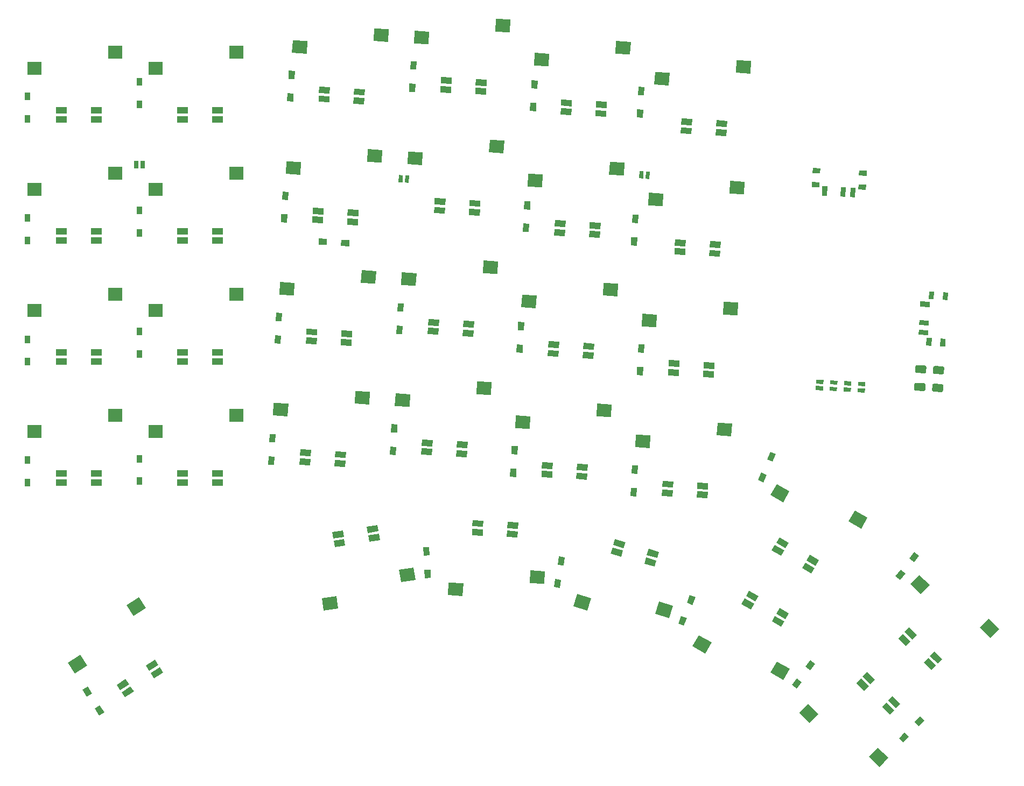
<source format=gbp>
G04 #@! TF.GenerationSoftware,KiCad,Pcbnew,(5.1.12-1-10_14)*
G04 #@! TF.CreationDate,2021-12-17T12:39:00+00:00*
G04 #@! TF.ProjectId,avalanche-hotswap,6176616c-616e-4636-9865-2d686f747377,rev?*
G04 #@! TF.SameCoordinates,Original*
G04 #@! TF.FileFunction,Paste,Bot*
G04 #@! TF.FilePolarity,Positive*
%FSLAX46Y46*%
G04 Gerber Fmt 4.6, Leading zero omitted, Abs format (unit mm)*
G04 Created by KiCad (PCBNEW (5.1.12-1-10_14)) date 2021-12-17 12:39:00*
%MOMM*%
%LPD*%
G01*
G04 APERTURE LIST*
%ADD10C,0.100000*%
%ADD11R,1.700000X1.000000*%
%ADD12R,2.300000X2.000000*%
%ADD13R,0.950000X1.300000*%
%ADD14R,0.635000X1.143000*%
G04 APERTURE END LIST*
D10*
G36*
X182930027Y-38192797D02*
G01*
X182825355Y-40190056D01*
X180528507Y-40069683D01*
X180633179Y-38072424D01*
X182930027Y-38192797D01*
G37*
G36*
X195745555Y-36320945D02*
G01*
X195640883Y-38318204D01*
X193344035Y-38197831D01*
X193448707Y-36200572D01*
X195745555Y-36320945D01*
G37*
G36*
X122972040Y-90276207D02*
G01*
X122867368Y-92273466D01*
X120570520Y-92153093D01*
X120675192Y-90155834D01*
X122972040Y-90276207D01*
G37*
G36*
X135787568Y-88404355D02*
G01*
X135682896Y-90401614D01*
X133386048Y-90281241D01*
X133490720Y-88283982D01*
X135787568Y-88404355D01*
G37*
G36*
X213640538Y-88532144D02*
G01*
X212499105Y-88472324D01*
X212532338Y-87838194D01*
X213673771Y-87898014D01*
X213640538Y-88532144D01*
G37*
G36*
X213692914Y-87532756D02*
G01*
X212551481Y-87472936D01*
X212584714Y-86838806D01*
X213726147Y-86898626D01*
X213692914Y-87532756D01*
G37*
G36*
X211443553Y-88417005D02*
G01*
X210302120Y-88357185D01*
X210335353Y-87723055D01*
X211476786Y-87782875D01*
X211443553Y-88417005D01*
G37*
G36*
X211495929Y-87417617D02*
G01*
X210354496Y-87357797D01*
X210387729Y-86723667D01*
X211529162Y-86783487D01*
X211495929Y-87417617D01*
G37*
G36*
X209246568Y-88301866D02*
G01*
X208105135Y-88242046D01*
X208138368Y-87607916D01*
X209279801Y-87667736D01*
X209246568Y-88301866D01*
G37*
G36*
X209298944Y-87302478D02*
G01*
X208157511Y-87242658D01*
X208190744Y-86608528D01*
X209332177Y-86668348D01*
X209298944Y-87302478D01*
G37*
G36*
X207049583Y-88186726D02*
G01*
X205908150Y-88126906D01*
X205941383Y-87492776D01*
X207082816Y-87552596D01*
X207049583Y-88186726D01*
G37*
G36*
X207101959Y-87187338D02*
G01*
X205960526Y-87127518D01*
X205993759Y-86493388D01*
X207135192Y-86553208D01*
X207101959Y-87187338D01*
G37*
G36*
X149445883Y-97201202D02*
G01*
X149498219Y-96202573D01*
X151195889Y-96291544D01*
X151143553Y-97290173D01*
X149445883Y-97201202D01*
G37*
G36*
X143953421Y-96913354D02*
G01*
X144005757Y-95914725D01*
X145703427Y-96003696D01*
X145651091Y-97002325D01*
X143953421Y-96913354D01*
G37*
G36*
X149372613Y-98599284D02*
G01*
X149424949Y-97600655D01*
X151122619Y-97689626D01*
X151070283Y-98688255D01*
X149372613Y-98599284D01*
G37*
G36*
X143880151Y-98311436D02*
G01*
X143932487Y-97312807D01*
X145630157Y-97401778D01*
X145577821Y-98400407D01*
X143880151Y-98311436D01*
G37*
G36*
X162016808Y-73246291D02*
G01*
X161912136Y-75243550D01*
X159615288Y-75123177D01*
X159719960Y-73125918D01*
X162016808Y-73246291D01*
G37*
G36*
X174832336Y-71374439D02*
G01*
X174727664Y-73371698D01*
X172430816Y-73251325D01*
X172535488Y-71254066D01*
X174832336Y-71374439D01*
G37*
D11*
X106341269Y-83605259D03*
X111841269Y-83605259D03*
X106341269Y-82205259D03*
X111841269Y-82205259D03*
D10*
G36*
X204465301Y-114936465D02*
G01*
X204965301Y-114070439D01*
X206437545Y-114920439D01*
X205937545Y-115786465D01*
X204465301Y-114936465D01*
G37*
G36*
X199702161Y-112186465D02*
G01*
X200202161Y-111320439D01*
X201674405Y-112170439D01*
X201174405Y-113036465D01*
X199702161Y-112186465D01*
G37*
G36*
X203765301Y-116148901D02*
G01*
X204265301Y-115282875D01*
X205737545Y-116132875D01*
X205237545Y-116998901D01*
X203765301Y-116148901D01*
G37*
G36*
X199002161Y-113398901D02*
G01*
X199502161Y-112532875D01*
X200974405Y-113382875D01*
X200474405Y-114248901D01*
X199002161Y-113398901D01*
G37*
G36*
X135467362Y-110613743D02*
G01*
X135310928Y-109626055D01*
X136989998Y-109360117D01*
X137146432Y-110347805D01*
X135467362Y-110613743D01*
G37*
G36*
X130035076Y-111474133D02*
G01*
X129878642Y-110486445D01*
X131557712Y-110220507D01*
X131714146Y-111208195D01*
X130035076Y-111474133D01*
G37*
G36*
X135686370Y-111996507D02*
G01*
X135529936Y-111008819D01*
X137209006Y-110742881D01*
X137365440Y-111730569D01*
X135686370Y-111996507D01*
G37*
G36*
X130254084Y-112856897D02*
G01*
X130097650Y-111869209D01*
X131776720Y-111603271D01*
X131933154Y-112590959D01*
X130254084Y-112856897D01*
G37*
G36*
X189249582Y-65691191D02*
G01*
X189301918Y-64692562D01*
X190999588Y-64781533D01*
X190947252Y-65780162D01*
X189249582Y-65691191D01*
G37*
G36*
X183757120Y-65403343D02*
G01*
X183809456Y-64404714D01*
X185507126Y-64493685D01*
X185454790Y-65492314D01*
X183757120Y-65403343D01*
G37*
G36*
X189176312Y-67089273D02*
G01*
X189228648Y-66090644D01*
X190926318Y-66179615D01*
X190873982Y-67178244D01*
X189176312Y-67089273D01*
G37*
G36*
X183683850Y-66801425D02*
G01*
X183736186Y-65802796D01*
X185433856Y-65891767D01*
X185381520Y-66890396D01*
X183683850Y-66801425D01*
G37*
G36*
X101123333Y-132343238D02*
G01*
X100578693Y-131504568D01*
X102004433Y-130578682D01*
X102549073Y-131417352D01*
X101123333Y-132343238D01*
G37*
G36*
X96510645Y-135338753D02*
G01*
X95966005Y-134500083D01*
X97391745Y-133574197D01*
X97936385Y-134412867D01*
X96510645Y-135338753D01*
G37*
G36*
X101885827Y-133517377D02*
G01*
X101341187Y-132678707D01*
X102766927Y-131752821D01*
X103311567Y-132591491D01*
X101885827Y-133517377D01*
G37*
G36*
X97273139Y-136512892D02*
G01*
X96728499Y-135674222D01*
X98154239Y-134748336D01*
X98698879Y-135587006D01*
X97273139Y-136512892D01*
G37*
D11*
X87291279Y-102655249D03*
X92791279Y-102655249D03*
X87291279Y-101255249D03*
X92791279Y-101255249D03*
X87291265Y-83605254D03*
X92791265Y-83605254D03*
X87291265Y-82205254D03*
X92791265Y-82205254D03*
X87291244Y-64555245D03*
X92791244Y-64555245D03*
X87291244Y-63155245D03*
X92791244Y-63155245D03*
X87291291Y-45505255D03*
X92791291Y-45505255D03*
X87291291Y-44105255D03*
X92791291Y-44105255D03*
X106341266Y-45505254D03*
X111841266Y-45505254D03*
X106341266Y-44105254D03*
X111841266Y-44105254D03*
X106341269Y-64555231D03*
X111841269Y-64555231D03*
X106341269Y-63155231D03*
X111841269Y-63155231D03*
X106341286Y-102655273D03*
X111841286Y-102655273D03*
X106341286Y-101255273D03*
X111841286Y-101255273D03*
D10*
G36*
X130288547Y-98750755D02*
G01*
X130340883Y-97752126D01*
X132038553Y-97841097D01*
X131986217Y-98839726D01*
X130288547Y-98750755D01*
G37*
G36*
X124796085Y-98462907D02*
G01*
X124848421Y-97464278D01*
X126546091Y-97553249D01*
X126493755Y-98551878D01*
X124796085Y-98462907D01*
G37*
G36*
X130215277Y-100148837D02*
G01*
X130267613Y-99150208D01*
X131965283Y-99239179D01*
X131912947Y-100237808D01*
X130215277Y-100148837D01*
G37*
G36*
X124722815Y-99860989D02*
G01*
X124775151Y-98862360D01*
X126472821Y-98951331D01*
X126420485Y-99949960D01*
X124722815Y-99860989D01*
G37*
G36*
X131285537Y-79726848D02*
G01*
X131337873Y-78728219D01*
X133035543Y-78817190D01*
X132983207Y-79815819D01*
X131285537Y-79726848D01*
G37*
G36*
X125793075Y-79439000D02*
G01*
X125845411Y-78440371D01*
X127543081Y-78529342D01*
X127490745Y-79527971D01*
X125793075Y-79439000D01*
G37*
G36*
X131212267Y-81124930D02*
G01*
X131264603Y-80126301D01*
X132962273Y-80215272D01*
X132909937Y-81213901D01*
X131212267Y-81124930D01*
G37*
G36*
X125719805Y-80837082D02*
G01*
X125772141Y-79838453D01*
X127469811Y-79927424D01*
X127417475Y-80926053D01*
X125719805Y-80837082D01*
G37*
G36*
X132282548Y-60702924D02*
G01*
X132334884Y-59704295D01*
X134032554Y-59793266D01*
X133980218Y-60791895D01*
X132282548Y-60702924D01*
G37*
G36*
X126790086Y-60415076D02*
G01*
X126842422Y-59416447D01*
X128540092Y-59505418D01*
X128487756Y-60504047D01*
X126790086Y-60415076D01*
G37*
G36*
X132209278Y-62101006D02*
G01*
X132261614Y-61102377D01*
X133959284Y-61191348D01*
X133906948Y-62189977D01*
X132209278Y-62101006D01*
G37*
G36*
X126716816Y-61813158D02*
G01*
X126769152Y-60814529D01*
X128466822Y-60903500D01*
X128414486Y-61902129D01*
X126716816Y-61813158D01*
G37*
G36*
X133279555Y-41679068D02*
G01*
X133331891Y-40680439D01*
X135029561Y-40769410D01*
X134977225Y-41768039D01*
X133279555Y-41679068D01*
G37*
G36*
X127787093Y-41391220D02*
G01*
X127839429Y-40392591D01*
X129537099Y-40481562D01*
X129484763Y-41480191D01*
X127787093Y-41391220D01*
G37*
G36*
X133206285Y-43077150D02*
G01*
X133258621Y-42078521D01*
X134956291Y-42167492D01*
X134903955Y-43166121D01*
X133206285Y-43077150D01*
G37*
G36*
X127713823Y-42789302D02*
G01*
X127766159Y-41790673D01*
X129463829Y-41879644D01*
X129411493Y-42878273D01*
X127713823Y-42789302D01*
G37*
G36*
X152434291Y-40179493D02*
G01*
X152486627Y-39180864D01*
X154184297Y-39269835D01*
X154131961Y-40268464D01*
X152434291Y-40179493D01*
G37*
G36*
X146941829Y-39891645D02*
G01*
X146994165Y-38893016D01*
X148691835Y-38981987D01*
X148639499Y-39980616D01*
X146941829Y-39891645D01*
G37*
G36*
X152361021Y-41577575D02*
G01*
X152413357Y-40578946D01*
X154111027Y-40667917D01*
X154058691Y-41666546D01*
X152361021Y-41577575D01*
G37*
G36*
X146868559Y-41289727D02*
G01*
X146920895Y-40291098D01*
X148618565Y-40380069D01*
X148566229Y-41378698D01*
X146868559Y-41289727D01*
G37*
G36*
X151437254Y-59203379D02*
G01*
X151489590Y-58204750D01*
X153187260Y-58293721D01*
X153134924Y-59292350D01*
X151437254Y-59203379D01*
G37*
G36*
X145944792Y-58915531D02*
G01*
X145997128Y-57916902D01*
X147694798Y-58005873D01*
X147642462Y-59004502D01*
X145944792Y-58915531D01*
G37*
G36*
X151363984Y-60601461D02*
G01*
X151416320Y-59602832D01*
X153113990Y-59691803D01*
X153061654Y-60690432D01*
X151363984Y-60601461D01*
G37*
G36*
X145871522Y-60313613D02*
G01*
X145923858Y-59314984D01*
X147621528Y-59403955D01*
X147569192Y-60402584D01*
X145871522Y-60313613D01*
G37*
G36*
X150440282Y-78227270D02*
G01*
X150492618Y-77228641D01*
X152190288Y-77317612D01*
X152137952Y-78316241D01*
X150440282Y-78227270D01*
G37*
G36*
X144947820Y-77939422D02*
G01*
X145000156Y-76940793D01*
X146697826Y-77029764D01*
X146645490Y-78028393D01*
X144947820Y-77939422D01*
G37*
G36*
X150367012Y-79625352D02*
G01*
X150419348Y-78626723D01*
X152117018Y-78715694D01*
X152064682Y-79714323D01*
X150367012Y-79625352D01*
G37*
G36*
X144874550Y-79337504D02*
G01*
X144926886Y-78338875D01*
X146624556Y-78427846D01*
X146572220Y-79426475D01*
X144874550Y-79337504D01*
G37*
G36*
X157414158Y-109869893D02*
G01*
X157466494Y-108871264D01*
X159164164Y-108960235D01*
X159111828Y-109958864D01*
X157414158Y-109869893D01*
G37*
G36*
X151921696Y-109582045D02*
G01*
X151974032Y-108583416D01*
X153671702Y-108672387D01*
X153619366Y-109671016D01*
X151921696Y-109582045D01*
G37*
G36*
X157340888Y-111267975D02*
G01*
X157393224Y-110269346D01*
X159090894Y-110358317D01*
X159038558Y-111356946D01*
X157340888Y-111267975D01*
G37*
G36*
X151848426Y-110980127D02*
G01*
X151900762Y-109981498D01*
X153598432Y-110070469D01*
X153546096Y-111069098D01*
X151848426Y-110980127D01*
G37*
G36*
X179345834Y-114098903D02*
G01*
X179629849Y-113140083D01*
X181259842Y-113622909D01*
X180975827Y-114581729D01*
X179345834Y-114098903D01*
G37*
G36*
X174072325Y-112536819D02*
G01*
X174356340Y-111577999D01*
X175986333Y-112060825D01*
X175702318Y-113019645D01*
X174072325Y-112536819D01*
G37*
G36*
X178948213Y-115441251D02*
G01*
X179232228Y-114482431D01*
X180862221Y-114965257D01*
X180578206Y-115924077D01*
X178948213Y-115441251D01*
G37*
G36*
X173674704Y-113879167D02*
G01*
X173958719Y-112920347D01*
X175588712Y-113403173D01*
X175304697Y-114361993D01*
X173674704Y-113879167D01*
G37*
G36*
X168336368Y-100744717D02*
G01*
X168388704Y-99746088D01*
X170086374Y-99835059D01*
X170034038Y-100833688D01*
X168336368Y-100744717D01*
G37*
G36*
X162843906Y-100456869D02*
G01*
X162896242Y-99458240D01*
X164593912Y-99547211D01*
X164541576Y-100545840D01*
X162843906Y-100456869D01*
G37*
G36*
X168263098Y-102142799D02*
G01*
X168315434Y-101144170D01*
X170013104Y-101233141D01*
X169960768Y-102231770D01*
X168263098Y-102142799D01*
G37*
G36*
X162770636Y-101854951D02*
G01*
X162822972Y-100856322D01*
X164520642Y-100945293D01*
X164468306Y-101943922D01*
X162770636Y-101854951D01*
G37*
G36*
X169333349Y-81720826D02*
G01*
X169385685Y-80722197D01*
X171083355Y-80811168D01*
X171031019Y-81809797D01*
X169333349Y-81720826D01*
G37*
G36*
X163840887Y-81432978D02*
G01*
X163893223Y-80434349D01*
X165590893Y-80523320D01*
X165538557Y-81521949D01*
X163840887Y-81432978D01*
G37*
G36*
X169260079Y-83118908D02*
G01*
X169312415Y-82120279D01*
X171010085Y-82209250D01*
X170957749Y-83207879D01*
X169260079Y-83118908D01*
G37*
G36*
X163767617Y-82831060D02*
G01*
X163819953Y-81832431D01*
X165517623Y-81921402D01*
X165465287Y-82920031D01*
X163767617Y-82831060D01*
G37*
G36*
X170330329Y-62696954D02*
G01*
X170382665Y-61698325D01*
X172080335Y-61787296D01*
X172027999Y-62785925D01*
X170330329Y-62696954D01*
G37*
G36*
X164837867Y-62409106D02*
G01*
X164890203Y-61410477D01*
X166587873Y-61499448D01*
X166535537Y-62498077D01*
X164837867Y-62409106D01*
G37*
G36*
X170257059Y-64095036D02*
G01*
X170309395Y-63096407D01*
X172007065Y-63185378D01*
X171954729Y-64184007D01*
X170257059Y-64095036D01*
G37*
G36*
X164764597Y-63807188D02*
G01*
X164816933Y-62808559D01*
X166514603Y-62897530D01*
X166462267Y-63896159D01*
X164764597Y-63807188D01*
G37*
G36*
X171327334Y-43673049D02*
G01*
X171379670Y-42674420D01*
X173077340Y-42763391D01*
X173025004Y-43762020D01*
X171327334Y-43673049D01*
G37*
G36*
X165834872Y-43385201D02*
G01*
X165887208Y-42386572D01*
X167584878Y-42475543D01*
X167532542Y-43474172D01*
X165834872Y-43385201D01*
G37*
G36*
X171254064Y-45071131D02*
G01*
X171306400Y-44072502D01*
X173004070Y-44161473D01*
X172951734Y-45160102D01*
X171254064Y-45071131D01*
G37*
G36*
X165761602Y-44783283D02*
G01*
X165813938Y-43784654D01*
X167511608Y-43873625D01*
X167459272Y-44872254D01*
X165761602Y-44783283D01*
G37*
G36*
X190246567Y-46667319D02*
G01*
X190298903Y-45668690D01*
X191996573Y-45757661D01*
X191944237Y-46756290D01*
X190246567Y-46667319D01*
G37*
G36*
X184754105Y-46379471D02*
G01*
X184806441Y-45380842D01*
X186504111Y-45469813D01*
X186451775Y-46468442D01*
X184754105Y-46379471D01*
G37*
G36*
X190173297Y-48065401D02*
G01*
X190225633Y-47066772D01*
X191923303Y-47155743D01*
X191870967Y-48154372D01*
X190173297Y-48065401D01*
G37*
G36*
X184680835Y-47777553D02*
G01*
X184733171Y-46778924D01*
X186430841Y-46867895D01*
X186378505Y-47866524D01*
X184680835Y-47777553D01*
G37*
G36*
X188252566Y-84715085D02*
G01*
X188304902Y-83716456D01*
X190002572Y-83805427D01*
X189950236Y-84804056D01*
X188252566Y-84715085D01*
G37*
G36*
X182760104Y-84427237D02*
G01*
X182812440Y-83428608D01*
X184510110Y-83517579D01*
X184457774Y-84516208D01*
X182760104Y-84427237D01*
G37*
G36*
X188179296Y-86113167D02*
G01*
X188231632Y-85114538D01*
X189929302Y-85203509D01*
X189876966Y-86202138D01*
X188179296Y-86113167D01*
G37*
G36*
X182686834Y-85825319D02*
G01*
X182739170Y-84826690D01*
X184436840Y-84915661D01*
X184384504Y-85914290D01*
X182686834Y-85825319D01*
G37*
G36*
X223878222Y-130010702D02*
G01*
X224566577Y-129285327D01*
X225799714Y-130455530D01*
X225111359Y-131180905D01*
X223878222Y-130010702D01*
G37*
G36*
X219888663Y-126224752D02*
G01*
X220577018Y-125499377D01*
X221810155Y-126669580D01*
X221121800Y-127394955D01*
X219888663Y-126224752D01*
G37*
G36*
X222914525Y-131026226D02*
G01*
X223602880Y-130300851D01*
X224836017Y-131471054D01*
X224147662Y-132196429D01*
X222914525Y-131026226D01*
G37*
G36*
X218924966Y-127240276D02*
G01*
X219613321Y-126514901D01*
X220846458Y-127685104D01*
X220158103Y-128410479D01*
X218924966Y-127240276D01*
G37*
G36*
X199702814Y-123327003D02*
G01*
X200202814Y-122460977D01*
X201675058Y-123310977D01*
X201175058Y-124177003D01*
X199702814Y-123327003D01*
G37*
G36*
X194939674Y-120577003D02*
G01*
X195439674Y-119710977D01*
X196911918Y-120560977D01*
X196411918Y-121427003D01*
X194939674Y-120577003D01*
G37*
G36*
X199002814Y-124539439D02*
G01*
X199502814Y-123673413D01*
X200975058Y-124523413D01*
X200475058Y-125389439D01*
X199002814Y-124539439D01*
G37*
G36*
X194239674Y-121789439D02*
G01*
X194739674Y-120923413D01*
X196211918Y-121773413D01*
X195711918Y-122639439D01*
X194239674Y-121789439D01*
G37*
G36*
X217276161Y-137024001D02*
G01*
X217964516Y-136298626D01*
X219197653Y-137468829D01*
X218509298Y-138194204D01*
X217276161Y-137024001D01*
G37*
G36*
X213286602Y-133238051D02*
G01*
X213974957Y-132512676D01*
X215208094Y-133682879D01*
X214519739Y-134408254D01*
X213286602Y-133238051D01*
G37*
G36*
X216312464Y-138039525D02*
G01*
X217000819Y-137314150D01*
X218233956Y-138484353D01*
X217545601Y-139209728D01*
X216312464Y-138039525D01*
G37*
G36*
X212322905Y-134253575D02*
G01*
X213011260Y-133528200D01*
X214244397Y-134698403D01*
X213556042Y-135423778D01*
X212322905Y-134253575D01*
G37*
G36*
X187258189Y-103689065D02*
G01*
X187310525Y-102690436D01*
X189008195Y-102779407D01*
X188955859Y-103778036D01*
X187258189Y-103689065D01*
G37*
G36*
X181765727Y-103401217D02*
G01*
X181818063Y-102402588D01*
X183515733Y-102491559D01*
X183463397Y-103490188D01*
X181765727Y-103401217D01*
G37*
G36*
X187184919Y-105087147D02*
G01*
X187237255Y-104088518D01*
X188934925Y-104177489D01*
X188882589Y-105176118D01*
X187184919Y-105087147D01*
G37*
G36*
X181692457Y-104799299D02*
G01*
X181744793Y-103800670D01*
X183442463Y-103889641D01*
X183390127Y-104888270D01*
X181692457Y-104799299D01*
G37*
G36*
X161019824Y-92270195D02*
G01*
X160915152Y-94267454D01*
X158618304Y-94147081D01*
X158722976Y-92149822D01*
X161019824Y-92270195D01*
G37*
G36*
X173835352Y-90398343D02*
G01*
X173730680Y-92395602D01*
X171433832Y-92275229D01*
X171538504Y-90277970D01*
X173835352Y-90398343D01*
G37*
D12*
X114791260Y-34985231D03*
X102091260Y-37525231D03*
D10*
G36*
X226667699Y-73966089D02*
G01*
X225868796Y-73924220D01*
X225931599Y-72725865D01*
X226730502Y-72767734D01*
X226667699Y-73966089D01*
G37*
G36*
X224470714Y-73850950D02*
G01*
X223671811Y-73809081D01*
X223734614Y-72610726D01*
X224533517Y-72652595D01*
X224470714Y-73850950D01*
G37*
G36*
X226284600Y-81276057D02*
G01*
X225485697Y-81234188D01*
X225548500Y-80035833D01*
X226347403Y-80077702D01*
X226284600Y-81276057D01*
G37*
G36*
X224087615Y-81160918D02*
G01*
X223288712Y-81119049D01*
X223351515Y-79920694D01*
X224150418Y-79962563D01*
X224087615Y-81160918D01*
G37*
G36*
X223825566Y-75078869D02*
G01*
X222327621Y-75000365D01*
X222369490Y-74201461D01*
X223867435Y-74279965D01*
X223825566Y-75078869D01*
G37*
G36*
X223673792Y-77974894D02*
G01*
X222175847Y-77896390D01*
X222217716Y-77097486D01*
X223715661Y-77175990D01*
X223673792Y-77974894D01*
G37*
G36*
X223594241Y-79492811D02*
G01*
X222096296Y-79414307D01*
X222138165Y-78615403D01*
X223636110Y-78693907D01*
X223594241Y-79492811D01*
G37*
G36*
X206644993Y-53239773D02*
G01*
X206603124Y-54038676D01*
X205404769Y-53975873D01*
X205446638Y-53176970D01*
X206644993Y-53239773D01*
G37*
G36*
X206529854Y-55436758D02*
G01*
X206487985Y-56235661D01*
X205289630Y-56172858D01*
X205331499Y-55373955D01*
X206529854Y-55436758D01*
G37*
G36*
X213954961Y-53622872D02*
G01*
X213913092Y-54421775D01*
X212714737Y-54358972D01*
X212756606Y-53560069D01*
X213954961Y-53622872D01*
G37*
G36*
X213839822Y-55819857D02*
G01*
X213797953Y-56618760D01*
X212599598Y-56555957D01*
X212641467Y-55757054D01*
X213839822Y-55819857D01*
G37*
G36*
X207757773Y-56081906D02*
G01*
X207679269Y-57579851D01*
X206880365Y-57537982D01*
X206958869Y-56040037D01*
X207757773Y-56081906D01*
G37*
G36*
X210653798Y-56233680D02*
G01*
X210575294Y-57731625D01*
X209776390Y-57689756D01*
X209854894Y-56191811D01*
X210653798Y-56233680D01*
G37*
G36*
X212171715Y-56313231D02*
G01*
X212093211Y-57811176D01*
X211294307Y-57769307D01*
X211372811Y-56271362D01*
X212171715Y-56313231D01*
G37*
G36*
X179939028Y-95264474D02*
G01*
X179834356Y-97261733D01*
X177537508Y-97141360D01*
X177642180Y-95144101D01*
X179939028Y-95264474D01*
G37*
G36*
X192754556Y-93392622D02*
G01*
X192649884Y-95389881D01*
X190353036Y-95269508D01*
X190457708Y-93272249D01*
X192754556Y-93392622D01*
G37*
G36*
X154942689Y-86897294D02*
G01*
X154838017Y-88894553D01*
X152541169Y-88774180D01*
X152645841Y-86776921D01*
X154942689Y-86897294D01*
G37*
G36*
X142127161Y-88769146D02*
G01*
X142022489Y-90766405D01*
X139725641Y-90646032D01*
X139830313Y-88648773D01*
X142127161Y-88769146D01*
G37*
G36*
X214275487Y-145868158D02*
G01*
X215652196Y-144417409D01*
X217320557Y-146000624D01*
X215943848Y-147451373D01*
X214275487Y-145868158D01*
G37*
G36*
X203314812Y-138968506D02*
G01*
X204691521Y-137517757D01*
X206359882Y-139100972D01*
X204983173Y-140551721D01*
X203314812Y-138968506D01*
G37*
G36*
X160906433Y-118534374D02*
G01*
X161011105Y-116537115D01*
X163307953Y-116657488D01*
X163203281Y-118654747D01*
X160906433Y-118534374D01*
G37*
G36*
X148090905Y-120406226D02*
G01*
X148195577Y-118408967D01*
X150492425Y-118529340D01*
X150387753Y-120526599D01*
X148090905Y-120406226D01*
G37*
G36*
X223830340Y-118802401D02*
G01*
X222453631Y-120253150D01*
X220785270Y-118669935D01*
X222161979Y-117219186D01*
X223830340Y-118802401D01*
G37*
G36*
X234791015Y-125702053D02*
G01*
X233414306Y-127152802D01*
X231745945Y-125569587D01*
X233122654Y-124118838D01*
X234791015Y-125702053D01*
G37*
G36*
X219226950Y-118047892D02*
G01*
X218473264Y-117469569D01*
X219264654Y-116438210D01*
X220018340Y-117016533D01*
X219226950Y-118047892D01*
G37*
G36*
X221388054Y-115231488D02*
G01*
X220634368Y-114653165D01*
X221425758Y-113621806D01*
X222179444Y-114200129D01*
X221388054Y-115231488D01*
G37*
G36*
X140697567Y-118376124D02*
G01*
X140384698Y-116400747D01*
X142656381Y-116040948D01*
X142969250Y-118016325D01*
X140697567Y-118376124D01*
G37*
G36*
X128551269Y-122871570D02*
G01*
X128238400Y-120896193D01*
X130510083Y-120536394D01*
X130822952Y-122511771D01*
X128551269Y-122871570D01*
G37*
G36*
X144387285Y-116427046D02*
G01*
X145335983Y-116377327D01*
X145404019Y-117675546D01*
X144455321Y-117725265D01*
X144387285Y-116427046D01*
G37*
G36*
X144201493Y-112881912D02*
G01*
X145150191Y-112832193D01*
X145218227Y-114130412D01*
X144269529Y-114180131D01*
X144201493Y-112881912D01*
G37*
G36*
X198820383Y-132613735D02*
G01*
X199820383Y-130881685D01*
X201812241Y-132031685D01*
X200812241Y-133763735D01*
X198820383Y-132613735D01*
G37*
G36*
X186551860Y-128463439D02*
G01*
X187551860Y-126731389D01*
X189543718Y-127881389D01*
X188543718Y-129613439D01*
X186551860Y-128463439D01*
G37*
G36*
X180695924Y-123342985D02*
G01*
X181263955Y-121425346D01*
X183469240Y-122078581D01*
X182901209Y-123996220D01*
X180695924Y-123342985D01*
G37*
G36*
X167797514Y-122171393D02*
G01*
X168365545Y-120253754D01*
X170570830Y-120906989D01*
X170002799Y-122824628D01*
X167797514Y-122171393D01*
G37*
D12*
X95741255Y-54035244D03*
X83041255Y-56575244D03*
X114791271Y-73085249D03*
X102091271Y-75625249D03*
D10*
G36*
X222333331Y-139439742D02*
G01*
X223022436Y-140093679D01*
X222127575Y-141036666D01*
X221438470Y-140382729D01*
X222333331Y-139439742D01*
G37*
G36*
X219889673Y-142014822D02*
G01*
X220578778Y-142668759D01*
X219683917Y-143611746D01*
X218994812Y-142957809D01*
X219889673Y-142014822D01*
G37*
G36*
X205047854Y-130634997D02*
G01*
X205816420Y-131193393D01*
X205052300Y-132245115D01*
X204283734Y-131686719D01*
X205047854Y-130634997D01*
G37*
G36*
X202961216Y-133507007D02*
G01*
X203729782Y-134065403D01*
X202965662Y-135117125D01*
X202197096Y-134558729D01*
X202961216Y-133507007D01*
G37*
G36*
X186128203Y-120404895D02*
G01*
X187005889Y-120768444D01*
X186508401Y-121969487D01*
X185630715Y-121605938D01*
X186128203Y-120404895D01*
G37*
G36*
X184769677Y-123684667D02*
G01*
X185647363Y-124048216D01*
X185149875Y-125249259D01*
X184272189Y-124885710D01*
X184769677Y-123684667D01*
G37*
G36*
X165514210Y-114326289D02*
G01*
X166452514Y-114474902D01*
X166249150Y-115758897D01*
X165310846Y-115610284D01*
X165514210Y-114326289D01*
G37*
G36*
X164958868Y-117832583D02*
G01*
X165897172Y-117981196D01*
X165693808Y-119265191D01*
X164755504Y-119116578D01*
X164958868Y-117832583D01*
G37*
G36*
X197689104Y-102662293D02*
G01*
X196821236Y-102275894D01*
X197349994Y-101088285D01*
X198217862Y-101474684D01*
X197689104Y-102662293D01*
G37*
G36*
X199133020Y-99419207D02*
G01*
X198265152Y-99032808D01*
X198793910Y-97845199D01*
X199661778Y-98231598D01*
X199133020Y-99419207D01*
G37*
G36*
X177708499Y-104865891D02*
G01*
X176759801Y-104816172D01*
X176827837Y-103517953D01*
X177776535Y-103567672D01*
X177708499Y-104865891D01*
G37*
G36*
X177894291Y-101320757D02*
G01*
X176945593Y-101271038D01*
X177013629Y-99972819D01*
X177962327Y-100022538D01*
X177894291Y-101320757D01*
G37*
G36*
X158791896Y-101821658D02*
G01*
X157843198Y-101771939D01*
X157911234Y-100473720D01*
X158859932Y-100523439D01*
X158791896Y-101821658D01*
G37*
G36*
X158977688Y-98276524D02*
G01*
X158028990Y-98226805D01*
X158097026Y-96928586D01*
X159045724Y-96978305D01*
X158977688Y-98276524D01*
G37*
G36*
X139896197Y-98378051D02*
G01*
X138947499Y-98328332D01*
X139015535Y-97030113D01*
X139964233Y-97079832D01*
X139896197Y-98378051D01*
G37*
G36*
X140081989Y-94832917D02*
G01*
X139133291Y-94783198D01*
X139201327Y-93484979D01*
X140150025Y-93534698D01*
X140081989Y-94832917D01*
G37*
G36*
X120738874Y-99927526D02*
G01*
X119790176Y-99877807D01*
X119858212Y-98579588D01*
X120806910Y-98629307D01*
X120738874Y-99927526D01*
G37*
G36*
X120924666Y-96382392D02*
G01*
X119975968Y-96332673D01*
X120044004Y-95034454D01*
X120992702Y-95084173D01*
X120924666Y-96382392D01*
G37*
D13*
X99541310Y-98930260D03*
X99541310Y-102480260D03*
X81991265Y-99130252D03*
X81991265Y-102680252D03*
D10*
G36*
X178706808Y-85817023D02*
G01*
X177758110Y-85767304D01*
X177826146Y-84469085D01*
X178774844Y-84518804D01*
X178706808Y-85817023D01*
G37*
G36*
X178892600Y-82271889D02*
G01*
X177943902Y-82222170D01*
X178011938Y-80923951D01*
X178960636Y-80973670D01*
X178892600Y-82271889D01*
G37*
G36*
X159815046Y-82298459D02*
G01*
X158866348Y-82248740D01*
X158934384Y-80950521D01*
X159883082Y-81000240D01*
X159815046Y-82298459D01*
G37*
G36*
X160000838Y-78753325D02*
G01*
X159052140Y-78703606D01*
X159120176Y-77405387D01*
X160068874Y-77455106D01*
X160000838Y-78753325D01*
G37*
G36*
X140893216Y-79354140D02*
G01*
X139944518Y-79304421D01*
X140012554Y-78006202D01*
X140961252Y-78055921D01*
X140893216Y-79354140D01*
G37*
G36*
X141079008Y-75809006D02*
G01*
X140130310Y-75759287D01*
X140198346Y-74461068D01*
X141147044Y-74510787D01*
X141079008Y-75809006D01*
G37*
G36*
X121738482Y-80853726D02*
G01*
X120789784Y-80804007D01*
X120857820Y-79505788D01*
X121806518Y-79555507D01*
X121738482Y-80853726D01*
G37*
G36*
X121924274Y-77308592D02*
G01*
X120975576Y-77258873D01*
X121043612Y-75960654D01*
X121992310Y-76010373D01*
X121924274Y-77308592D01*
G37*
D13*
X99591274Y-78880254D03*
X99591274Y-82430254D03*
X81942940Y-80132380D03*
X81942940Y-83682380D03*
D10*
G36*
X94034722Y-138824661D02*
G01*
X93237985Y-139342068D01*
X92529954Y-138251797D01*
X93326691Y-137734390D01*
X94034722Y-138824661D01*
G37*
G36*
X92101254Y-135847381D02*
G01*
X91304517Y-136364788D01*
X90596486Y-135274517D01*
X91393223Y-134757110D01*
X92101254Y-135847381D01*
G37*
G36*
X177773284Y-65415189D02*
G01*
X176824586Y-65365470D01*
X176892622Y-64067251D01*
X177841320Y-64116970D01*
X177773284Y-65415189D01*
G37*
G36*
X177959076Y-61870055D02*
G01*
X177010378Y-61820336D01*
X177078414Y-60522117D01*
X178027112Y-60571836D01*
X177959076Y-61870055D01*
G37*
G36*
X160812046Y-63274588D02*
G01*
X159863348Y-63224869D01*
X159931384Y-61926650D01*
X160880082Y-61976369D01*
X160812046Y-63274588D01*
G37*
G36*
X160997838Y-59729454D02*
G01*
X160049140Y-59679735D01*
X160117176Y-58381516D01*
X161065874Y-58431235D01*
X160997838Y-59729454D01*
G37*
G36*
X127713562Y-65245042D02*
G01*
X127763281Y-64296344D01*
X129061500Y-64364380D01*
X129011781Y-65313078D01*
X127713562Y-65245042D01*
G37*
G36*
X131258696Y-65430834D02*
G01*
X131308415Y-64482136D01*
X132606634Y-64550172D01*
X132556915Y-65498870D01*
X131258696Y-65430834D01*
G37*
G36*
X122738105Y-61779923D02*
G01*
X121789407Y-61730204D01*
X121857443Y-60431985D01*
X122806141Y-60481704D01*
X122738105Y-61779923D01*
G37*
G36*
X122923897Y-58234789D02*
G01*
X121975199Y-58185070D01*
X122043235Y-56886851D01*
X122991933Y-56936570D01*
X122923897Y-58234789D01*
G37*
D13*
X99591292Y-59830262D03*
X99591292Y-63380262D03*
X81991280Y-61030239D03*
X81991280Y-64580239D03*
D10*
G36*
X178707486Y-45296501D02*
G01*
X177758788Y-45246782D01*
X177826824Y-43948563D01*
X178775522Y-43998282D01*
X178707486Y-45296501D01*
G37*
G36*
X178893278Y-41751367D02*
G01*
X177944580Y-41701648D01*
X178012616Y-40403429D01*
X178961314Y-40453148D01*
X178893278Y-41751367D01*
G37*
G36*
X161928906Y-44256976D02*
G01*
X160980208Y-44207257D01*
X161048244Y-42909038D01*
X161996942Y-42958757D01*
X161928906Y-44256976D01*
G37*
G36*
X162114698Y-40711842D02*
G01*
X161166000Y-40662123D01*
X161234036Y-39363904D01*
X162182734Y-39413623D01*
X162114698Y-40711842D01*
G37*
G36*
X142889804Y-41256436D02*
G01*
X141941106Y-41206717D01*
X142009142Y-39908498D01*
X142957840Y-39958217D01*
X142889804Y-41256436D01*
G37*
G36*
X143075596Y-37711302D02*
G01*
X142126898Y-37661583D01*
X142194934Y-36363364D01*
X143143632Y-36413083D01*
X143075596Y-37711302D01*
G37*
G36*
X123735093Y-42755991D02*
G01*
X122786395Y-42706272D01*
X122854431Y-41408053D01*
X123803129Y-41457772D01*
X123735093Y-42755991D01*
G37*
G36*
X123920885Y-39210857D02*
G01*
X122972187Y-39161138D01*
X123040223Y-37862919D01*
X123988921Y-37912638D01*
X123920885Y-39210857D01*
G37*
D13*
X99571238Y-39640250D03*
X99571238Y-43190250D03*
X81991287Y-41930276D03*
X81991287Y-45480276D03*
D14*
X99090507Y-52655270D03*
X100091267Y-52655270D03*
D10*
G36*
X141300249Y-55489255D02*
G01*
X141360069Y-54347822D01*
X141994199Y-54381055D01*
X141934379Y-55522488D01*
X141300249Y-55489255D01*
G37*
G36*
X140300861Y-55436879D02*
G01*
X140360681Y-54295446D01*
X140994811Y-54328679D01*
X140934991Y-55470112D01*
X140300861Y-55436879D01*
G37*
G36*
X179134972Y-54868528D02*
G01*
X179194792Y-53727095D01*
X179828922Y-53760328D01*
X179769102Y-54901761D01*
X179134972Y-54868528D01*
G37*
G36*
X178135584Y-54816152D02*
G01*
X178195404Y-53674719D01*
X178829534Y-53707952D01*
X178769714Y-54849385D01*
X178135584Y-54816152D01*
G37*
D12*
X95741259Y-73085247D03*
X83041259Y-75625247D03*
X114791272Y-54035247D03*
X102091272Y-56575247D03*
D10*
G36*
X123969032Y-71252321D02*
G01*
X123864360Y-73249580D01*
X121567512Y-73129207D01*
X121672184Y-71131948D01*
X123969032Y-71252321D01*
G37*
G36*
X136784560Y-69380469D02*
G01*
X136679888Y-71377728D01*
X134383040Y-71257355D01*
X134487712Y-69260096D01*
X136784560Y-69380469D01*
G37*
G36*
X180936051Y-76240578D02*
G01*
X180831379Y-78237837D01*
X178534531Y-78117464D01*
X178639203Y-76120205D01*
X180936051Y-76240578D01*
G37*
G36*
X193751579Y-74368726D02*
G01*
X193646907Y-76365985D01*
X191350059Y-76245612D01*
X191454731Y-74248353D01*
X193751579Y-74368726D01*
G37*
D12*
X95741246Y-92135235D03*
X83041246Y-94675235D03*
D10*
G36*
X143123750Y-69752754D02*
G01*
X143019078Y-71750013D01*
X140722230Y-71629640D01*
X140826902Y-69632381D01*
X143123750Y-69752754D01*
G37*
G36*
X155939278Y-67880902D02*
G01*
X155834606Y-69878161D01*
X153537758Y-69757788D01*
X153642430Y-67760529D01*
X155939278Y-67880902D01*
G37*
G36*
G01*
X222883155Y-88315469D02*
X221634869Y-88250049D01*
G75*
G02*
X221398296Y-87987308I13084J249657D01*
G01*
X221437548Y-87238336D01*
G75*
G02*
X221700289Y-87001763I249657J-13084D01*
G01*
X222948575Y-87067183D01*
G75*
G02*
X223185148Y-87329924I-13084J-249657D01*
G01*
X223145896Y-88078896D01*
G75*
G02*
X222883155Y-88315469I-249657J13084D01*
G01*
G37*
G36*
G01*
X223029695Y-85519307D02*
X221781409Y-85453887D01*
G75*
G02*
X221544836Y-85191146I13084J249657D01*
G01*
X221584088Y-84442174D01*
G75*
G02*
X221846829Y-84205601I249657J-13084D01*
G01*
X223095115Y-84271021D01*
G75*
G02*
X223331688Y-84533762I-13084J-249657D01*
G01*
X223292436Y-85282734D01*
G75*
G02*
X223029695Y-85519307I-249657J13084D01*
G01*
G37*
G36*
G01*
X224643045Y-84352111D02*
X225891331Y-84417531D01*
G75*
G02*
X226127904Y-84680272I-13084J-249657D01*
G01*
X226088652Y-85429244D01*
G75*
G02*
X225825911Y-85665817I-249657J13084D01*
G01*
X224577625Y-85600397D01*
G75*
G02*
X224341052Y-85337656I13084J249657D01*
G01*
X224380304Y-84588684D01*
G75*
G02*
X224643045Y-84352111I249657J-13084D01*
G01*
G37*
G36*
G01*
X224496505Y-87148273D02*
X225744791Y-87213693D01*
G75*
G02*
X225981364Y-87476434I-13084J-249657D01*
G01*
X225942112Y-88225406D01*
G75*
G02*
X225679371Y-88461979I-249657J13084D01*
G01*
X224431085Y-88396559D01*
G75*
G02*
X224194512Y-88133818I13084J249657D01*
G01*
X224233764Y-87384846D01*
G75*
G02*
X224496505Y-87148273I249657J-13084D01*
G01*
G37*
D12*
X114791251Y-92135251D03*
X102091251Y-94675251D03*
D10*
G36*
X201792892Y-104065239D02*
G01*
X200792892Y-105797289D01*
X198801034Y-104647289D01*
X199801034Y-102915239D01*
X201792892Y-104065239D01*
G37*
G36*
X214061415Y-108215535D02*
G01*
X213061415Y-109947585D01*
X211069557Y-108797585D01*
X212069557Y-107065535D01*
X214061415Y-108215535D01*
G37*
G36*
X181933038Y-57216657D02*
G01*
X181828366Y-59213916D01*
X179531518Y-59093543D01*
X179636190Y-57096284D01*
X181933038Y-57216657D01*
G37*
G36*
X194748566Y-55344805D02*
G01*
X194643894Y-57342064D01*
X192347046Y-57221691D01*
X192451718Y-55224432D01*
X194748566Y-55344805D01*
G37*
G36*
X163013825Y-54222416D02*
G01*
X162909153Y-56219675D01*
X160612305Y-56099302D01*
X160716977Y-54102043D01*
X163013825Y-54222416D01*
G37*
G36*
X175829353Y-52350564D02*
G01*
X175724681Y-54347823D01*
X173427833Y-54227450D01*
X173532505Y-52230191D01*
X175829353Y-52350564D01*
G37*
G36*
X164010833Y-35198502D02*
G01*
X163906161Y-37195761D01*
X161609313Y-37075388D01*
X161713985Y-35078129D01*
X164010833Y-35198502D01*
G37*
G36*
X176826361Y-33326650D02*
G01*
X176721689Y-35323909D01*
X174424841Y-35203536D01*
X174529513Y-33206277D01*
X176826361Y-33326650D01*
G37*
G36*
X144120754Y-50728859D02*
G01*
X144016082Y-52726118D01*
X141719234Y-52605745D01*
X141823906Y-50608486D01*
X144120754Y-50728859D01*
G37*
G36*
X156936282Y-48857007D02*
G01*
X156831610Y-50854266D01*
X154534762Y-50733893D01*
X154639434Y-48736634D01*
X156936282Y-48857007D01*
G37*
G36*
X157933270Y-29833112D02*
G01*
X157828598Y-31830371D01*
X155531750Y-31709998D01*
X155636422Y-29712739D01*
X157933270Y-29833112D01*
G37*
G36*
X145117742Y-31704964D02*
G01*
X145013070Y-33702223D01*
X142716222Y-33581850D01*
X142820894Y-31584591D01*
X145117742Y-31704964D01*
G37*
G36*
X124966022Y-52228423D02*
G01*
X124861350Y-54225682D01*
X122564502Y-54105309D01*
X122669174Y-52108050D01*
X124966022Y-52228423D01*
G37*
G36*
X137781550Y-50356571D02*
G01*
X137676878Y-52353830D01*
X135380030Y-52233457D01*
X135484702Y-50236198D01*
X137781550Y-50356571D01*
G37*
G36*
X125963024Y-33204533D02*
G01*
X125858352Y-35201792D01*
X123561504Y-35081419D01*
X123666176Y-33084160D01*
X125963024Y-33204533D01*
G37*
G36*
X138778552Y-31332681D02*
G01*
X138673880Y-33329940D01*
X136377032Y-33209567D01*
X136481704Y-31212308D01*
X138778552Y-31332681D01*
G37*
G36*
X90222955Y-129787726D02*
G01*
X91312233Y-131465067D01*
X89383291Y-132717736D01*
X88294013Y-131040395D01*
X90222955Y-129787726D01*
G37*
G36*
X99490688Y-120740587D02*
G01*
X100579966Y-122417928D01*
X98651024Y-123670597D01*
X97561746Y-121993256D01*
X99490688Y-120740587D01*
G37*
D12*
X95741274Y-34985231D03*
X83041274Y-37525231D03*
M02*

</source>
